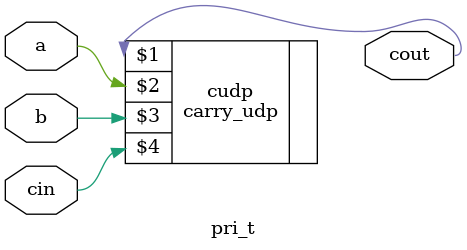
<source format=v>
`timescale 1ns / 1ps


module pri_t(
cout,
a,
b,
cin
    );
    output cout;
    input a, b, cin;
    carry_udp cudp(cout, a, b, cin);
endmodule

</source>
